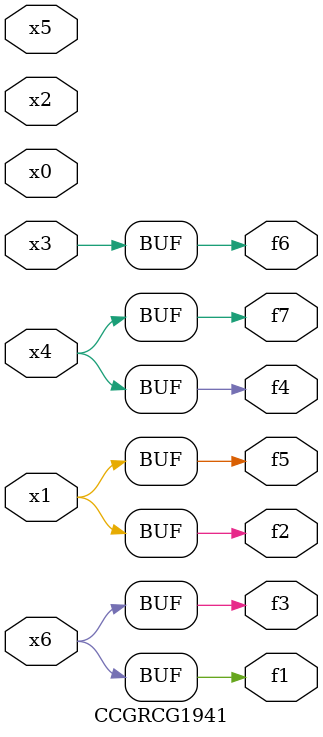
<source format=v>
module CCGRCG1941(
	input x0, x1, x2, x3, x4, x5, x6,
	output f1, f2, f3, f4, f5, f6, f7
);
	assign f1 = x6;
	assign f2 = x1;
	assign f3 = x6;
	assign f4 = x4;
	assign f5 = x1;
	assign f6 = x3;
	assign f7 = x4;
endmodule

</source>
